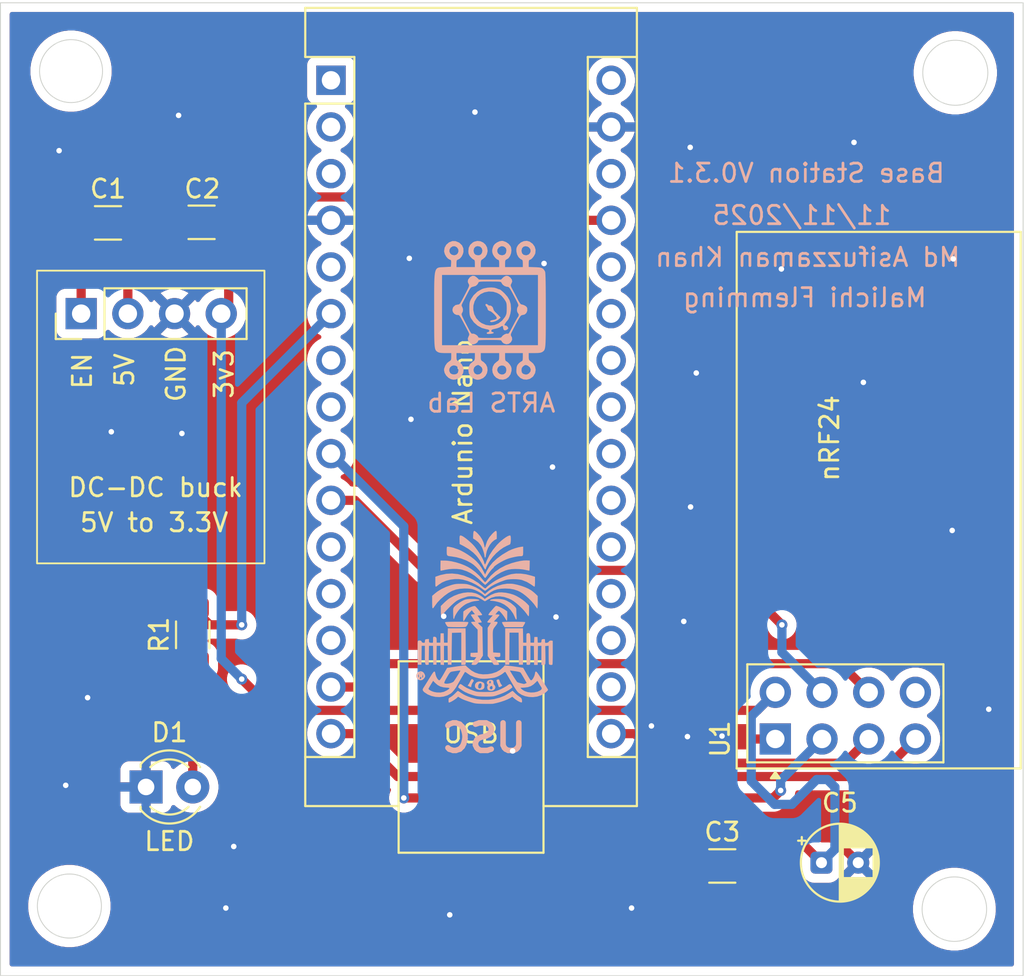
<source format=kicad_pcb>
(kicad_pcb (version 20241229) (generator "pcbnew") (generator_version "9.0")
  (layers (0 "F.Cu" signal) (2 "B.Cu" signal) (13 "F.Paste" user) (15 "B.Paste" user) (5 "F.SilkS" user "F.Silkscreen") (7 "B.SilkS" user "B.Silkscreen") (1 "F.Mask" user) (3 "B.Mask" user) (25 "Edge.Cuts" user))
  (net 0 "")
  (net 3 "Net-(A1-D6)")
  (net 5 "Net-(A1-+5V)")
  (net 10 "Net-(A1-D7)")
  (net 12 "Net-(A1-D13)")
  (net 15 "Net-(A1-D12)")
  (net 21 "Net-(A1-D11)")
  (net 24 "GND")
  (net 29 "Net-(J1-Pin_4)")
  (net 31 "Net-(A1-D3)")
  (net 32 "Net-(D1-A)")
  (footprint "Capacitor_SMD:C_1206_3216Metric" (layer "F.Cu") (at 128.965 112.19)
    (property "Reference" "C3" (at 0 -1.85 0) (layer "F.SilkS"))
    (property "Value" "0.1uF")
    (pad "1" smd roundrect (at -1.475 0) (size 1.15 1.8) (layers "F.Cu" "F.Mask" "F.Paste") (roundrect_rratio 0.217391) (net 29 "Net-(J1-Pin_4)"))
    (pad "2" smd roundrect (at 1.475 0) (size 1.15 1.8) (layers "F.Cu" "F.Mask" "F.Paste") (roundrect_rratio 0.217391) (net 24 "GND"))
  )
  (footprint "Capacitor_SMD:C_1206_3216Metric" (layer "F.Cu") (at 95.55 77.19)
    (property "Reference" "C1" (at 0 -1.85 0) (layer "F.SilkS"))
    (property "Value" "0.1uF")
    (pad "1" smd roundrect (at -1.475 0) (size 1.15 1.8) (layers "F.Cu" "F.Mask" "F.Paste") (roundrect_rratio 0.217391) (net 5 "Net-(A1-+5V)"))
    (pad "2" smd roundrect (at 1.475 0) (size 1.15 1.8) (layers "F.Cu" "F.Mask" "F.Paste") (roundrect_rratio 0.217391) (net 24 "GND"))
  )
  (footprint "Resistor_SMD:R_1206_3216Metric" (layer "F.Cu") (at 100.16 99.61 90)
    (property "Reference" "R1" (at 0 -1.83 90) (layer "F.SilkS"))
    (property "Value" "220")
    (pad "1" smd roundrect (at -1.4625 0 90) (size 1.125 1.75) (layers "F.Cu" "F.Mask" "F.Paste") (roundrect_rratio 0.222222) (net 32 "Net-(D1-A)"))
    (pad "2" smd roundrect (at 1.4625 0 90) (size 1.125 1.75) (layers "F.Cu" "F.Mask" "F.Paste") (roundrect_rratio 0.222222) (net 31 "Net-(A1-D3)"))
  )
  (footprint "RF_Module:nRF24L01_Breakout" (layer "F.Cu") (at 131.85 105.28 90)
    (property "Reference" "U1" (at 0 -3 90) (layer "F.SilkS"))
    (property "Value" "NRF24L01_Breakout")
    (pad "1" thru_hole rect (at 0 0 90) (size 1.7 1.7) (drill 1) (layers "*.Cu" "*.Mask") (net 24 "GND"))
    (pad "2" thru_hole circle (at 2.54 0 90) (size 1.7 1.7) (drill 1) (layers "*.Cu" "*.Mask") (net 29 "Net-(J1-Pin_4)"))
    (pad "3" thru_hole circle (at 0 2.54 90) (size 1.7 1.7) (drill 1) (layers "*.Cu" "*.Mask") (net 3 "Net-(A1-D6)"))
    (pad "4" thru_hole circle (at 2.54 2.54 90) (size 1.7 1.7) (drill 1) (layers "*.Cu" "*.Mask") (net 10 "Net-(A1-D7)"))
    (pad "5" thru_hole circle (at 0 5.08 90) (size 1.7 1.7) (drill 1) (layers "*.Cu" "*.Mask") (net 12 "Net-(A1-D13)"))
    (pad "6" thru_hole circle (at 2.54 5.08 90) (size 1.7 1.7) (drill 1) (layers "*.Cu" "*.Mask") (net 21 "Net-(A1-D11)"))
    (pad "7" thru_hole circle (at 0 7.62 90) (size 1.7 1.7) (drill 1) (layers "*.Cu" "*.Mask") (net 15 "Net-(A1-D12)"))
    (pad "8" thru_hole circle (at 2.54 7.62 90) (size 1.7 1.7) (drill 1) (layers "*.Cu" "*.Mask"))
  )
  (footprint "Module:Arduino_Nano" (layer "F.Cu") (at 107.68 69.43)
    (property "Reference" "Ardunio Nano" (at 7.17 19.13 90) (layer "F.SilkS"))
    (property "Value" "Arduino_Nano_v3.x")
    (fp_text user "USB" (at 7.62 35.56 0) (layer "F.SilkS"))
    (pad "1" thru_hole rect (at 0 0) (size 1.6 1.6) (drill 1) (layers "*.Cu" "*.Mask"))
    (pad "2" thru_hole oval (at 0 2.54) (size 1.6 1.6) (drill 1) (layers "*.Cu" "*.Mask"))
    (pad "3" thru_hole oval (at 0 5.08) (size 1.6 1.6) (drill 1) (layers "*.Cu" "*.Mask"))
    (pad "4" thru_hole oval (at 0 7.62) (size 1.6 1.6) (drill 1) (layers "*.Cu" "*.Mask") (net 24 "GND"))
    (pad "5" thru_hole oval (at 0 10.16) (size 1.6 1.6) (drill 1) (layers "*.Cu" "*.Mask"))
    (pad "6" thru_hole oval (at 0 12.7) (size 1.6 1.6) (drill 1) (layers "*.Cu" "*.Mask") (net 31 "Net-(A1-D3)"))
    (pad "7" thru_hole oval (at 0 15.24) (size 1.6 1.6) (drill 1) (layers "*.Cu" "*.Mask"))
    (pad "8" thru_hole oval (at 0 17.78) (size 1.6 1.6) (drill 1) (layers "*.Cu" "*.Mask"))
    (pad "9" thru_hole oval (at 0 20.32) (size 1.6 1.6) (drill 1) (layers "*.Cu" "*.Mask") (net 3 "Net-(A1-D6)"))
    (pad "10" thru_hole oval (at 0 22.86) (size 1.6 1.6) (drill 1) (layers "*.Cu" "*.Mask") (net 10 "Net-(A1-D7)"))
    (pad "11" thru_hole oval (at 0 25.4) (size 1.6 1.6) (drill 1) (layers "*.Cu" "*.Mask"))
    (pad "12" thru_hole oval (at 0 27.94) (size 1.6 1.6) (drill 1) (layers "*.Cu" "*.Mask"))
    (pad "13" thru_hole oval (at 0 30.48) (size 1.6 1.6) (drill 1) (layers "*.Cu" "*.Mask"))
    (pad "14" thru_hole oval (at 0 33.02) (size 1.6 1.6) (drill 1) (layers "*.Cu" "*.Mask") (net 21 "Net-(A1-D11)"))
    (pad "15" thru_hole oval (at 0 35.56) (size 1.6 1.6) (drill 1) (layers "*.Cu" "*.Mask") (net 15 "Net-(A1-D12)"))
    (pad "16" thru_hole oval (at 15.24 35.56) (size 1.6 1.6) (drill 1) (layers "*.Cu" "*.Mask") (net 12 "Net-(A1-D13)"))
    (pad "17" thru_hole oval (at 15.24 33.02) (size 1.6 1.6) (drill 1) (layers "*.Cu" "*.Mask"))
    (pad "18" thru_hole oval (at 15.24 30.48) (size 1.6 1.6) (drill 1) (layers "*.Cu" "*.Mask"))
    (pad "19" thru_hole oval (at 15.24 27.94) (size 1.6 1.6) (drill 1) (layers "*.Cu" "*.Mask"))
    (pad "20" thru_hole oval (at 15.24 25.4) (size 1.6 1.6) (drill 1) (layers "*.Cu" "*.Mask"))
    (pad "21" thru_hole oval (at 15.24 22.86) (size 1.6 1.6) (drill 1) (layers "*.Cu" "*.Mask"))
    (pad "22" thru_hole oval (at 15.24 20.32) (size 1.6 1.6) (drill 1) (layers "*.Cu" "*.Mask"))
    (pad "23" thru_hole oval (at 15.24 17.78) (size 1.6 1.6) (drill 1) (layers "*.Cu" "*.Mask"))
    (pad "24" thru_hole oval (at 15.24 15.24) (size 1.6 1.6) (drill 1) (layers "*.Cu" "*.Mask"))
    (pad "25" thru_hole oval (at 15.24 12.7) (size 1.6 1.6) (drill 1) (layers "*.Cu" "*.Mask"))
    (pad "26" thru_hole oval (at 15.24 10.16) (size 1.6 1.6) (drill 1) (layers "*.Cu" "*.Mask"))
    (pad "27" thru_hole oval (at 15.24 7.62) (size 1.6 1.6) (drill 1) (layers "*.Cu" "*.Mask") (net 5 "Net-(A1-+5V)"))
    (pad "28" thru_hole oval (at 15.24 5.08) (size 1.6 1.6) (drill 1) (layers "*.Cu" "*.Mask"))
    (pad "29" thru_hole oval (at 15.24 2.54) (size 1.6 1.6) (drill 1) (layers "*.Cu" "*.Mask") (net 24 "GND"))
    (pad "30" thru_hole oval (at 15.24 0) (size 1.6 1.6) (drill 1) (layers "*.Cu" "*.Mask"))
  )
  (footprint "Connector_PinHeader_2.54mm:PinHeader_1x04_P2.54mm_Vertical" (layer "F.Cu") (at 94.09 82.13 90)
    (property "Reference" "J1" (hide yes))
    (property "Value" "DC-DC buck")
    (pad "1" thru_hole rect (at 0 0 90) (size 1.7 1.7) (drill 1) (layers "*.Cu" "*.Mask") (net 5 "Net-(A1-+5V)"))
    (pad "2" thru_hole circle (at 0 2.54 90) (size 1.7 1.7) (drill 1) (layers "*.Cu" "*.Mask") (net 5 "Net-(A1-+5V)"))
    (pad "3" thru_hole circle (at 0 5.08 90) (size 1.7 1.7) (drill 1) (layers "*.Cu" "*.Mask") (net 24 "GND"))
    (pad "4" thru_hole circle (at 0 7.62 90) (size 1.7 1.7) (drill 1) (layers "*.Cu" "*.Mask") (net 29 "Net-(J1-Pin_4)"))
  )
  (footprint "Capacitor_SMD:C_1206_3216Metric" (layer "F.Cu") (at 100.64 77.16 180)
    (property "Reference" "C2" (at -0.04 1.82 0) (layer "F.SilkS"))
    (property "Value" "0.1uF")
    (pad "1" smd roundrect (at -1.475 0 180) (size 1.15 1.8) (layers "F.Cu" "F.Mask" "F.Paste") (roundrect_rratio 0.217391) (net 29 "Net-(J1-Pin_4)"))
    (pad "2" smd roundrect (at 1.475 0 180) (size 1.15 1.8) (layers "F.Cu" "F.Mask" "F.Paste") (roundrect_rratio 0.217391) (net 24 "GND"))
  )
  (footprint "Capacitor_THT:CP_Radial_D4.0mm_P2.00mm" (layer "F.Cu") (at 134.36 112.01)
    (property "Reference" "C5" (at 1 -3.25 0) (layer "F.SilkS"))
    (property "Value" "10uF")
    (pad "1" thru_hole roundrect (at 0 0) (size 1.2 1.2) (drill 0.6) (layers "*.Cu" "*.Mask") (roundrect_rratio 0.208333) (net 29 "Net-(J1-Pin_4)"))
    (pad "2" thru_hole circle (at 2 0) (size 1.2 1.2) (drill 0.6) (layers "*.Cu" "*.Mask") (net 24 "GND"))
  )
  (footprint "LED_THT:LED_D3.0mm" (layer "F.Cu") (at 97.62 107.89)
    (property "Reference" "D1" (at 1.27 -2.96 0) (layer "F.SilkS"))
    (property "Value" "LED" (at 1.27 2.96 0) (layer "F.SilkS"))
    (pad "1" thru_hole rect (at 0 0) (size 1.8 1.8) (drill 0.9) (layers "*.Cu" "*.Mask") (net 24 "GND"))
    (pad "2" thru_hole circle (at 2.54 0) (size 1.8 1.8) (drill 0.9) (layers "*.Cu" "*.Mask") (net 32 "Net-(D1-A)"))
  )
  (footprint "LOGO" (layer "B.Cu") (at 116.4 81.99)
    (property "Reference" "ARTS Lab" (at 0 5 0) (layer "B.SilkS") (effects (justify mirror)))
    (property "Value" "LOGO" (hide yes))
  )
  (footprint "LOGO" (layer "B.Cu") (at 116.004637 98.723536 180)
    (property "Reference" "USC" (at 0 -6.5 0) (layer "B.SilkS") (effects (font (size 1.5 1.5) (thickness 0.3)) (justify mirror)))
    (property "Value" "UofSC" (hide yes))
  )
  (gr_rect (start 91.69 79.79) (end 104.06 95.72) (stroke (width 0.1)) (fill no) (layer "F.SilkS"))
  (gr_rect (start 89.7 65.21) (end 145.33 118.16) (stroke (width 0.05)) (fill no) (layer "Edge.Cuts"))
  (gr_circle (center 141.64 69.02) (end 142.64 67.56) (stroke (width 0.05)) (fill no) (layer "Edge.Cuts"))
  (gr_circle (center 141.59 114.54) (end 142.78 115.83) (stroke (width 0.05)) (fill no) (layer "Edge.Cuts"))
  (gr_circle (center 93.54 68.93) (end 94 70.58) (stroke (width 0.05)) (fill no) (layer "Edge.Cuts"))
  (gr_circle (center 93.45 114.37) (end 93.54 116.11) (stroke (width 0.05)) (fill no) (layer "Edge.Cuts"))
  (gr_text "DC-DC buck" (at 98.14 91.59 0) (layer "F.SilkS") (effects (font (size 1 1))))
  (gr_text "nRF24" (at 134.8 88.91 90) (layer "F.SilkS") (effects (font (size 1 1))))
  (gr_text "GND" (at 99.25 85.41 90) (layer "F.SilkS") (effects (font (size 1 1))))
  (gr_text "EN" (at 94.15 85.25 90) (layer "F.SilkS") (effects (font (size 1 1))))
  (gr_text "5V" (at 96.45 85.2 90) (layer "F.SilkS") (effects (font (size 1 1))))
  (gr_text "3v3" (at 101.86 85.41 90) (layer "F.SilkS") (effects (font (size 1 1))))
  (gr_text "5V to 3.3V" (at 98.06 93.5 0) (layer "F.SilkS") (effects (font (size 1 1))))
  (gr_text "Malichi Flemming" (at 133.45 81.26 0) (layer "B.SilkS") (effects (font (size 1 1)) (justify mirror)))
  (gr_text "Base Station V0.3.1" (at 133.53 74.48 0) (layer "B.SilkS") (effects (font (size 1 1)) (justify mirror)))
  (gr_text "11/11/2025" (at 133.29 76.78 0) (layer "B.SilkS") (effects (font (size 1 1)) (justify mirror)))
  (gr_text "Md Asifuzzaman Khan" (at 133.61 79.06 0) (layer "B.SilkS") (effects (font (size 1 1)) (justify mirror)))
  (segment (start 131.7347 108.4876) (end 111.6388 108.4876) (width 0.5) (layer "F.Cu") (net 3))
  (segment (start 132.1404 108.0819) (end 131.7347 108.4876) (width 0.5) (layer "F.Cu") (net 3))
  (via (at 111.6388 108.4876) (size 0.6) (drill 0.3) (layers "F.Cu" "B.Cu") (net 3))
  (via (at 132.1404 108.0819) (size 0.6) (drill 0.3) (layers "F.Cu" "B.Cu") (net 3))
  (segment (start 107.68 89.75) (end 111.6388 93.7088) (width 0.5) (layer "B.Cu") (net 3))
  (segment (start 111.6388 93.7088) (end 111.6388 108.4876) (width 0.5) (layer "B.Cu") (net 3))
  (segment (start 132.1404 107.5296) (end 132.1404 108.0819) (width 0.5) (layer "B.Cu") (net 3))
  (segment (start 134.39 105.28) (end 132.1404 107.5296) (width 0.5) (layer "B.Cu") (net 3))
  (segment (start 120.35 75.78) (end 95.485 75.78) (width 0.5) (layer "F.Cu") (net 5))
  (segment (start 121.62 77.05) (end 120.35 75.78) (width 0.5) (layer "F.Cu") (net 5))
  (segment (start 94.075 77.19) (end 96.495 79.61) (width 0.5) (layer "F.Cu") (net 5))
  (segment (start 96.66 79.88) (end 96.63 79.91) (width 0.5) (layer "F.Cu") (net 5))
  (segment (start 94.09 77.205) (end 94.075 77.19) (width 0.5) (layer "F.Cu") (net 5))
  (segment (start 122.92 77.05) (end 121.62 77.05) (width 0.5) (layer "F.Cu") (net 5))
  (segment (start 94.09 82.13) (end 94.09 77.205) (width 0.5) (layer "F.Cu") (net 5))
  (segment (start 96.495 79.61) (end 96.66 79.61) (width 0.5) (layer "F.Cu") (net 5))
  (segment (start 95.485 75.78) (end 94.075 77.19) (width 0.5) (layer "F.Cu") (net 5))
  (segment (start 96.63 79.91) (end 96.63 82.13) (width 0.5) (layer "F.Cu") (net 5))
  (segment (start 96.66 79.61) (end 96.66 79.88) (width 0.5) (layer "F.Cu") (net 5))
  (segment (start 129.2415 96.1) (end 112.79 96.1) (width 0.5) (layer "F.Cu") (net 10))
  (segment (start 132.2083 99.0668) (end 129.2415 96.1) (width 0.5) (layer "F.Cu") (net 10))
  (segment (start 107.68 92.29) (end 108.98 92.29) (width 0.5) (layer "F.Cu") (net 10))
  (segment (start 112.79 96.1) (end 108.98 92.29) (width 0.5) (layer "F.Cu") (net 10))
  (via (at 132.2083 99.0668) (size 0.6) (drill 0.3) (layers "F.Cu" "B.Cu") (net 10))
  (segment (start 132.2083 100.5583) (end 132.2083 99.0668) (width 0.5) (layer "B.Cu") (net 10))
  (segment (start 134.39 102.74) (end 132.2083 100.5583) (width 0.5) (layer "B.Cu") (net 10))
  (segment (start 136.93 105.28) (end 135.6134 106.5966) (width 0.5) (layer "F.Cu") (net 12))
  (segment (start 135.6134 106.5966) (end 125.8266 106.5966) (width 0.5) (layer "F.Cu") (net 12))
  (segment (start 125.8266 106.5966) (end 124.22 104.99) (width 0.5) (layer "F.Cu") (net 12))
  (segment (start 122.92 104.99) (end 124.22 104.99) (width 0.5) (layer "F.Cu") (net 12))
  (segment (start 107.68 104.99) (end 108.98 104.99) (width 0.5) (layer "F.Cu") (net 15))
  (segment (start 111.3137 107.3237) (end 137.4263 107.3237) (width 0.5) (layer "F.Cu") (net 15))
  (segment (start 108.98 104.99) (end 111.3137 107.3237) (width 0.5) (layer "F.Cu") (net 15))
  (segment (start 137.4263 107.3237) (end 139.47 105.28) (width 0.5) (layer "F.Cu") (net 15))
  (segment (start 135.3701 101.1801) (end 136.93 102.74) (width 0.5) (layer "F.Cu") (net 21))
  (segment (start 110.2499 101.1801) (end 135.3701 101.1801) (width 0.5) (layer "F.Cu") (net 21))
  (segment (start 107.68 102.45) (end 108.98 102.45) (width 0.5) (layer "F.Cu") (net 21))
  (segment (start 108.98 102.45) (end 110.2499 101.1801) (width 0.5) (layer "F.Cu") (net 21))
  (via (at 125.11 104.57) (size 0.6) (drill 0.3) (layers "F.Cu" "B.Cu") (net 24))
  (via (at 102.39 111.13) (size 0.6) (drill 0.3) (layers "F.Cu" "B.Cu") (net 24))
  (via (at 101.96 114.48) (size 0.6) (drill 0.3) (layers "F.Cu" "B.Cu") (net 24))
  (via (at 143.46 103.66) (size 0.6) (drill 0.3) (layers "F.Cu" "B.Cu") (net 24))
  (via (at 127.55 85.36) (size 0.6) (drill 0.3) (layers "F.Cu" "B.Cu") (net 24))
  (via (at 117.56 105.93) (size 0.6) (drill 0.3) (layers "F.Cu" "B.Cu") (net 24))
  (via (at 127.22 73.08) (size 0.6) (drill 0.3) (layers "F.Cu" "B.Cu") (net 24))
  (via (at 111.94 79.12) (size 0.6) (drill 0.3) (layers "F.Cu" "B.Cu") (net 24))
  (via (at 136.13 72.81) (size 0.6) (drill 0.3) (layers "F.Cu" "B.Cu") (net 24))
  (via (at 128.95 105.12) (size 0.6) (drill 0.3) (layers "F.Cu" "B.Cu") (net 24))
  (via (at 119.27 79.4) (size 0.6) (drill 0.3) (layers "F.Cu" "B.Cu") (net 24))
  (via (at 119.92 98.64) (size 0.6) (drill 0.3) (layers "F.Cu" "B.Cu") (net 24))
  (via (at 127.24 92.65) (size 0.6) (drill 0.3) (layers "F.Cu" "B.Cu") (net 24))
  (via (at 112.03 87.88) (size 0.6) (drill 0.3) (layers "F.Cu" "B.Cu") (net 24))
  (via (at 99.57 88.65) (size 0.6) (drill 0.3) (layers "F.Cu" "B.Cu") (net 24))
  (via (at 136.64 85.87) (size 0.6) (drill 0.3) (layers "F.Cu" "B.Cu") (net 24))
  (via (at 141.47 93.93) (size 0.6) (drill 0.3) (layers "F.Cu" "B.Cu") (net 24))
  (via (at 127.07 105.15) (size 0.6) (drill 0.3) (layers "F.Cu" "B.Cu") (net 24))
  (via (at 132.18 79.7) (size 0.6) (drill 0.3) (layers "F.Cu" "B.Cu") (net 24))
  (via (at 119.73 90.48) (size 0.6) (drill 0.3) (layers "F.Cu" "B.Cu") (net 24))
  (via (at 114.14 114.85) (size 0.6) (drill 0.3) (layers "F.Cu" "B.Cu") (net 24))
  (via (at 126.87 98.88) (size 0.6) (drill 0.3) (layers "F.Cu" "B.Cu") (net 24))
  (via (at 92.89 73.26) (size 0.6) (drill 0.3) (layers "F.Cu" "B.Cu") (net 24))
  (via (at 113.81 98.6) (size 0.6) (drill 0.3) (layers "F.Cu" "B.Cu") (net 24))
  (via (at 95.73 88.56) (size 0.6) (drill 0.3) (layers "F.Cu" "B.Cu") (net 24))
  (via (at 124.03 114.48) (size 0.6) (drill 0.3) (layers "F.Cu" "B.Cu") (net 24))
  (via (at 93.25 107.8) (size 0.6) (drill 0.3) (layers "F.Cu" "B.Cu") (net 24))
  (via (at 141.53 79.15) (size 0.6) (drill 0.3) (layers "F.Cu" "B.Cu") (net 24))
  (via (at 99.39 71.34) (size 0.6) (drill 0.3) (layers "F.Cu" "B.Cu") (net 24))
  (via (at 115.51 71.16) (size 0.6) (drill 0.3) (layers "F.Cu" "B.Cu") (net 24))
  (via (at 94.44 103.03) (size 0.6) (drill 0.3) (layers "F.Cu" "B.Cu") (net 24))
  (segment (start 133.1306 110.7806) (end 128.8994 110.7806) (width 0.5) (layer "F.Cu") (net 29))
  (segment (start 101.71 82.13) (end 102.115 81.725) (width 0.5) (layer "F.Cu") (net 29))
  (segment (start 102.8233 102.0196) (end 104.5237 103.72) (width 0.5) (layer "F.Cu") (net 29))
  (segment (start 130.87 103.72) (end 131.85 102.74) (width 0.5) (layer "F.Cu") (net 29))
  (segment (start 128.8994 110.7806) (end 127.49 112.19) (width 0.5) (layer "F.Cu") (net 29))
  (segment (start 134.36 112.01) (end 133.1306 110.7806) (width 0.5) (layer "F.Cu") (net 29))
  (segment (start 102.115 81.725) (end 102.115 77.16) (width 0.5) (layer "F.Cu") (net 29))
  (segment (start 104.5237 103.72) (end 130.87 103.72) (width 0.5) (layer "F.Cu") (net 29))
  (via (at 102.8233 102.0196) (size 0.6) (drill 0.3) (layers "F.Cu" "B.Cu") (net 29))
  (segment (start 101.71 82.13) (end 101.71 100.9063) (width 0.5) (layer "B.Cu") (net 29))
  (segment (start 131.8075 108.8372) (end 130.5406 107.5703) (width 0.5) (layer "B.Cu") (net 29))
  (segment (start 101.71 100.9063) (end 102.8233 102.0196) (width 0.5) (layer "B.Cu") (net 29))
  (segment (start 130.5406 104.0494) (end 131.85 102.74) (width 0.5) (layer "B.Cu") (net 29))
  (segment (start 132.7495 108.8372) (end 131.8075 108.8372) (width 0.5) (layer "B.Cu") (net 29))
  (segment (start 135.0917 111.2783) (end 135.0917 107.8984) (width 0.5) (layer "B.Cu") (net 29))
  (segment (start 134.0993 107.4874) (end 132.7495 108.8372) (width 0.5) (layer "B.Cu") (net 29))
  (segment (start 134.36 112.01) (end 135.0917 111.2783) (width 0.5) (layer "B.Cu") (net 29))
  (segment (start 130.5406 107.5703) (end 130.5406 104.0494) (width 0.5) (layer "B.Cu") (net 29))
  (segment (start 134.6807 107.4874) (end 134.0993 107.4874) (width 0.5) (layer "B.Cu") (net 29))
  (segment (start 135.0917 107.8984) (end 134.6807 107.4874) (width 0.5) (layer "B.Cu") (net 29))
  (segment (start 101.0793 99.0668) (end 100.16 98.1475) (width 0.5) (layer "F.Cu") (net 31))
  (segment (start 102.8233 99.0668) (end 101.0793 99.0668) (width 0.5) (layer "F.Cu") (net 31))
  (via (at 102.8233 99.0668) (size 0.6) (drill 0.3) (layers "F.Cu" "B.Cu") (net 31))
  (segment (start 107.68 82.13) (end 102.8233 86.9867) (width 0.5) (layer "B.Cu") (net 31))
  (segment (start 102.8233 86.9867) (end 102.8233 99.0668) (width 0.5) (layer "B.Cu") (net 31))
  (segment (start 100.16 107.89) (end 100.16 101.0725) (width 0.5) (layer "F.Cu") (net 32))
  (zone (net 24) (net_name "GND") (layers "F.Cu" "B.Cu") (connect_pads (clearance 0.5)) (min_thickness 0.25) (fill yes (thermal_gap 0.5) (thermal_bridge_width 0.5))
    (polygon (pts (xy 89.7 65.15) (xy 145.12 65.06) (xy 145.39 118.19) (xy 89.79 118.1) (xy 89.79 65.06)))
  )
)
</source>
